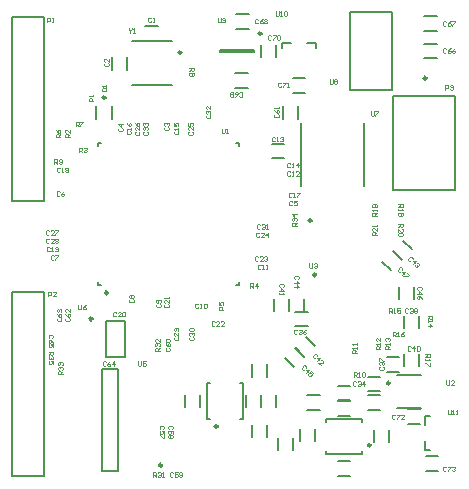
<source format=gto>
G04*
G04 #@! TF.GenerationSoftware,Altium Limited,Altium Designer,21.6.1 (37)*
G04*
G04 Layer_Color=65535*
%FSLAX25Y25*%
%MOIN*%
G70*
G04*
G04 #@! TF.SameCoordinates,953C7FF0-8441-463C-8B19-84221F089CF9*
G04*
G04*
G04 #@! TF.FilePolarity,Positive*
G04*
G01*
G75*
%ADD10C,0.00984*%
%ADD11C,0.00787*%
%ADD12C,0.00197*%
D10*
X398106Y231839D02*
G03*
X398106Y231839I-492J0D01*
G01*
X466024Y255945D02*
G03*
X466024Y255945I-492J0D01*
G01*
X504331Y303445D02*
G03*
X504331Y303445I-492J0D01*
G01*
X492126Y201772D02*
G03*
X492126Y201772I-492J0D01*
G01*
X416177Y174409D02*
G03*
X416177Y174409I-492J0D01*
G01*
X467520Y237894D02*
G03*
X467520Y237894I-492J0D01*
G01*
X397342Y296949D02*
G03*
X397342Y296949I-492J0D01*
G01*
X434744Y187378D02*
G03*
X434744Y187378I-492J0D01*
G01*
X449335Y318247D02*
G03*
X449335Y318247I-492J0D01*
G01*
X485752Y181102D02*
G03*
X485752Y181102I-492J0D01*
G01*
X393012Y223228D02*
G03*
X393012Y223228I-492J0D01*
G01*
X422638Y312008D02*
G03*
X422638Y312008I-492J0D01*
G01*
D11*
X441905Y280682D02*
Y281666D01*
X440921D02*
X441905D01*
X394661Y280682D02*
Y281666D01*
X395646D01*
X441905Y234422D02*
Y235406D01*
X440921Y234422D02*
X441905D01*
X394661D02*
Y235406D01*
Y234422D02*
X395646D01*
X399508Y306299D02*
Y310433D01*
X404429Y306299D02*
Y310433D01*
X410630Y315945D02*
X414764D01*
X410630Y320866D02*
X414764D01*
X440551Y300197D02*
X444685D01*
X440551Y305118D02*
X444685D01*
X456496Y289862D02*
Y293996D01*
X461417Y289862D02*
Y293996D01*
X459842Y298425D02*
X463976D01*
X459842Y303346D02*
X463976D01*
X462441Y267362D02*
Y288543D01*
X483583D02*
X483622D01*
X462441D02*
X462480D01*
X483622Y267362D02*
Y288543D01*
X483583Y267362D02*
X483622D01*
X462441D02*
X462480D01*
X492913Y299606D02*
Y325394D01*
X478937D02*
X492913D01*
X478937Y299606D02*
Y325394D01*
Y299606D02*
X492913D01*
X503642Y314961D02*
X507776D01*
X503642Y310039D02*
X507776D01*
X503642Y324016D02*
X507776D01*
X503642Y319094D02*
X507776D01*
X454134Y310433D02*
Y314567D01*
X449213Y310433D02*
Y314567D01*
X440945Y319980D02*
X445079D01*
X440945Y324902D02*
X445079D01*
X493062Y245752D02*
X495986Y242829D01*
X489583Y242272D02*
X492506Y239349D01*
X496538Y249265D02*
X499461Y246341D01*
X493058Y245785D02*
X495982Y242862D01*
X495177Y229724D02*
Y233858D01*
X500098Y229724D02*
Y233858D01*
X496850Y220177D02*
Y224311D01*
X501772Y220177D02*
Y224311D01*
X496752Y207382D02*
Y211516D01*
X501673Y207382D02*
Y211516D01*
X491043Y205610D02*
X495177D01*
X491043Y210531D02*
X495177D01*
X484744Y199016D02*
X488878D01*
X484744Y203937D02*
X488878D01*
X494587Y204331D02*
X502461D01*
X494566Y193331D02*
X502440Y193331D01*
X503740Y179331D02*
X505403D01*
X503740Y187750D02*
Y190748D01*
Y179331D02*
Y182329D01*
Y190748D02*
X505403D01*
X498016Y193126D02*
X502150D01*
X498016Y188205D02*
X502150D01*
X504035Y177362D02*
X508169D01*
X504035Y172441D02*
X508169D01*
X366260Y232165D02*
X376850D01*
X366260Y170984D02*
Y232165D01*
Y170984D02*
X376850D01*
Y232165D01*
X401626Y172382D02*
Y206437D01*
X396279D02*
X401626D01*
X396279Y172382D02*
Y206437D01*
Y172382D02*
X401626D01*
X457102Y210087D02*
X460025Y207164D01*
X460582Y213567D02*
X463505Y210644D01*
X460646Y213532D02*
X463569Y210609D01*
X464125Y217012D02*
X467049Y214089D01*
X460532Y225590D02*
X464665D01*
X460532Y220669D02*
X464665D01*
X453543Y225689D02*
Y229823D01*
X458465Y225689D02*
Y229823D01*
Y225689D02*
Y229823D01*
X463386Y225689D02*
Y229823D01*
X452756Y281594D02*
X456890D01*
X452756Y276673D02*
X456890D01*
X399508Y289961D02*
Y294094D01*
X394193Y289961D02*
Y294094D01*
X366260Y323780D02*
X376850D01*
X366260Y262598D02*
Y323780D01*
Y262598D02*
X376850D01*
Y323780D01*
X431299Y189961D02*
Y201772D01*
X442111D02*
X443110D01*
X431299D02*
X432298D01*
X443110Y189961D02*
Y201772D01*
X442111Y189961D02*
X443110D01*
X431299D02*
X432298D01*
X446063Y183760D02*
Y187894D01*
X450984Y183760D02*
Y187894D01*
X423917Y193799D02*
Y197933D01*
X428839Y193799D02*
Y197933D01*
X450984Y203937D02*
Y208071D01*
X446063Y203937D02*
Y208071D01*
X449016Y193799D02*
Y197933D01*
X444095Y193799D02*
Y197933D01*
X454134Y193799D02*
Y197933D01*
X449213Y193799D02*
Y197933D01*
X493169Y297342D02*
X513760D01*
X493169Y266161D02*
Y297342D01*
X513760Y266161D02*
Y297342D01*
X493169Y266161D02*
X513760D01*
X456161Y313403D02*
Y315066D01*
X464580D02*
X467579D01*
X456161D02*
X459160D01*
X467579Y313403D02*
Y315066D01*
X446752Y312301D02*
Y312712D01*
X435335D02*
X446752D01*
X435335Y312301D02*
Y312712D01*
Y312301D02*
X446752D01*
X470866Y178149D02*
X482677D01*
X470866Y188962D02*
Y189961D01*
Y178149D02*
Y179149D01*
Y189961D02*
X482677D01*
Y188962D02*
Y189961D01*
Y178149D02*
Y179149D01*
X484744Y192913D02*
X488878D01*
X484744Y197835D02*
X488878D01*
X491831Y182185D02*
Y186319D01*
X486909Y182185D02*
Y186319D01*
X474705Y170768D02*
X478839D01*
X474705Y175689D02*
X478839D01*
X462106Y182382D02*
Y186516D01*
X467028Y182382D02*
Y186516D01*
X464567Y197835D02*
X468701D01*
X464567Y192913D02*
X468701D01*
X454823Y179429D02*
Y183563D01*
X459744Y179429D02*
Y183563D01*
X474705Y195866D02*
X478839D01*
X474705Y190945D02*
X478839D01*
X474705Y200984D02*
X478839D01*
X474705Y196063D02*
X478839D01*
X397441Y210433D02*
Y222638D01*
X403740Y210433D02*
Y222638D01*
X397441D02*
X403740D01*
X397441Y210433D02*
X403740D01*
X406102Y315945D02*
X419488D01*
X406102Y301181D02*
X419488D01*
D12*
X378528Y252468D02*
X378278Y252718D01*
X377778D01*
X377528Y252468D01*
Y251469D01*
X377778Y251219D01*
X378278D01*
X378528Y251469D01*
X380027Y251219D02*
X379028D01*
X380027Y252218D01*
Y252468D01*
X379778Y252718D01*
X379278D01*
X379028Y252468D01*
X380527Y252718D02*
X381527D01*
Y252468D01*
X380527Y251469D01*
Y251219D01*
X378528Y249712D02*
X378278Y249962D01*
X377778D01*
X377528Y249712D01*
Y248713D01*
X377778Y248463D01*
X378278D01*
X378528Y248713D01*
X380027Y248463D02*
X379028D01*
X380027Y249463D01*
Y249712D01*
X379778Y249962D01*
X379278D01*
X379028Y249712D01*
X380527D02*
X380777Y249962D01*
X381277D01*
X381527Y249712D01*
Y249463D01*
X381277Y249213D01*
X381527Y248963D01*
Y248713D01*
X381277Y248463D01*
X380777D01*
X380527Y248713D01*
Y248963D01*
X380777Y249213D01*
X380527Y249463D01*
Y249712D01*
X380777Y249213D02*
X381277D01*
X378653Y246956D02*
X378403Y247206D01*
X377903D01*
X377653Y246956D01*
Y245957D01*
X377903Y245707D01*
X378403D01*
X378653Y245957D01*
X379153Y245707D02*
X379653D01*
X379403D01*
Y247206D01*
X379153Y246956D01*
X380402Y245957D02*
X380652Y245707D01*
X381152D01*
X381402Y245957D01*
Y246956D01*
X381152Y247206D01*
X380652D01*
X380402Y246956D01*
Y246707D01*
X380652Y246457D01*
X381402D01*
X380065Y244201D02*
X379815Y244451D01*
X379315D01*
X379065Y244201D01*
Y243201D01*
X379315Y242951D01*
X379815D01*
X380065Y243201D01*
X380565Y244451D02*
X381565D01*
Y244201D01*
X380565Y243201D01*
Y242951D01*
X445601Y233502D02*
Y235002D01*
X446351D01*
X446600Y234752D01*
Y234252D01*
X446351Y234002D01*
X445601D01*
X446101D02*
X446600Y233502D01*
X447850D02*
Y235002D01*
X447100Y234252D01*
X448100D01*
X436577Y226309D02*
X435077D01*
Y227059D01*
X435327Y227309D01*
X435827D01*
X436077Y227059D01*
Y226309D01*
Y226809D02*
X436577Y227309D01*
X435077Y228809D02*
Y227809D01*
X435827D01*
X435577Y228309D01*
Y228559D01*
X435827Y228809D01*
X436327D01*
X436577Y228559D01*
Y228059D01*
X436327Y227809D01*
X428259Y228059D02*
X428009Y228309D01*
X427509D01*
X427259Y228059D01*
Y227059D01*
X427509Y226809D01*
X428009D01*
X428259Y227059D01*
X428759Y226809D02*
X429259D01*
X429009D01*
Y228309D01*
X428759Y228059D01*
X430009D02*
X430259Y228309D01*
X430758D01*
X431008Y228059D01*
Y227059D01*
X430758Y226809D01*
X430259D01*
X430009Y227059D01*
Y228059D01*
X433646Y222153D02*
X433396Y222403D01*
X432896D01*
X432646Y222153D01*
Y221154D01*
X432896Y220904D01*
X433396D01*
X433646Y221154D01*
X435146Y220904D02*
X434146D01*
X435146Y221903D01*
Y222153D01*
X434896Y222403D01*
X434396D01*
X434146Y222153D01*
X436645Y220904D02*
X435645D01*
X436645Y221903D01*
Y222153D01*
X436395Y222403D01*
X435895D01*
X435645Y222153D01*
X420366Y217111D02*
X420116Y216861D01*
Y216361D01*
X420366Y216111D01*
X421366D01*
X421616Y216361D01*
Y216861D01*
X421366Y217111D01*
X421616Y218610D02*
Y217610D01*
X420616Y218610D01*
X420366D01*
X420116Y218360D01*
Y217860D01*
X420366Y217610D01*
X421366Y219110D02*
X421616Y219360D01*
Y219860D01*
X421366Y220110D01*
X420366D01*
X420116Y219860D01*
Y219360D01*
X420366Y219110D01*
X420616D01*
X420866Y219360D01*
Y220110D01*
X425484Y217111D02*
X425235Y216861D01*
Y216361D01*
X425484Y216111D01*
X426484D01*
X426734Y216361D01*
Y216861D01*
X426484Y217111D01*
X425484Y217610D02*
X425235Y217860D01*
Y218360D01*
X425484Y218610D01*
X425734D01*
X425984Y218360D01*
Y218110D01*
Y218360D01*
X426234Y218610D01*
X426484D01*
X426734Y218360D01*
Y217860D01*
X426484Y217610D01*
X425484Y219110D02*
X425235Y219360D01*
Y219860D01*
X425484Y220110D01*
X426484D01*
X426734Y219860D01*
Y219360D01*
X426484Y219110D01*
X425484D01*
X417217Y227990D02*
X416967Y227741D01*
Y227241D01*
X417217Y226991D01*
X418216D01*
X418466Y227241D01*
Y227741D01*
X418216Y227990D01*
X418466Y229490D02*
Y228490D01*
X417467Y229490D01*
X417217D01*
X416967Y229240D01*
Y228740D01*
X417217Y228490D01*
X418466Y229990D02*
Y230490D01*
Y230240D01*
X416967D01*
X417217Y229990D01*
X414461Y228097D02*
X414211Y227847D01*
Y227347D01*
X414461Y227097D01*
X415460D01*
X415710Y227347D01*
Y227847D01*
X415460Y228097D01*
Y228596D02*
X415710Y228846D01*
Y229346D01*
X415460Y229596D01*
X414461D01*
X414211Y229346D01*
Y228846D01*
X414461Y228596D01*
X414711D01*
X414961Y228846D01*
Y229596D01*
X400969Y225303D02*
X400719Y225553D01*
X400219D01*
X399969Y225303D01*
Y224303D01*
X400219Y224053D01*
X400719D01*
X400969Y224303D01*
X402468Y224053D02*
X401469D01*
X402468Y225053D01*
Y225303D01*
X402218Y225553D01*
X401719D01*
X401469Y225303D01*
X402968D02*
X403218Y225553D01*
X403718D01*
X403968Y225303D01*
Y224303D01*
X403718Y224053D01*
X403218D01*
X402968Y224303D01*
Y225303D01*
X405406Y229671D02*
X405156Y229421D01*
Y228922D01*
X405406Y228672D01*
X406405D01*
X406655Y228922D01*
Y229421D01*
X406405Y229671D01*
X405406Y230171D02*
X405156Y230421D01*
Y230921D01*
X405406Y231171D01*
X405656D01*
X405905Y230921D01*
X406155Y231171D01*
X406405D01*
X406655Y230921D01*
Y230421D01*
X406405Y230171D01*
X406155D01*
X405905Y230421D01*
X405656Y230171D01*
X405406D01*
X405905Y230421D02*
Y230921D01*
X436008Y286577D02*
Y285327D01*
X436258Y285077D01*
X436758D01*
X437008Y285327D01*
Y286577D01*
X437508Y285077D02*
X438007D01*
X437758D01*
Y286577D01*
X437508Y286327D01*
X397138Y308412D02*
X396888Y308162D01*
Y307662D01*
X397138Y307412D01*
X398138D01*
X398388Y307662D01*
Y308162D01*
X398138Y308412D01*
X398388Y309911D02*
Y308911D01*
X397388Y309911D01*
X397138D01*
X396888Y309661D01*
Y309161D01*
X397138Y308911D01*
X412598Y323335D02*
X412349Y323584D01*
X411849D01*
X411599Y323335D01*
Y322335D01*
X411849Y322085D01*
X412349D01*
X412598Y322335D01*
X413098Y322085D02*
X413598D01*
X413348D01*
Y323584D01*
X413098Y323335D01*
X425235Y306761D02*
X426734D01*
Y306012D01*
X426484Y305762D01*
X425984D01*
X425734Y306012D01*
Y306761D01*
Y306261D02*
X425235Y305762D01*
X426484Y305262D02*
X426734Y305012D01*
Y304512D01*
X426484Y304262D01*
X426234D01*
X425984Y304512D01*
X425734Y304262D01*
X425484D01*
X425235Y304512D01*
Y305012D01*
X425484Y305262D01*
X425734D01*
X425984Y305012D01*
X426234Y305262D01*
X426484D01*
X425984Y305012D02*
Y304512D01*
X441945Y297532D02*
X442195Y297282D01*
X442694D01*
X442944Y297532D01*
Y298531D01*
X442694Y298781D01*
X442195D01*
X441945Y298531D01*
X440445Y297282D02*
X440945Y297532D01*
X441445Y298031D01*
Y298531D01*
X441195Y298781D01*
X440695D01*
X440445Y298531D01*
Y298281D01*
X440695Y298031D01*
X441445D01*
X439945Y298531D02*
X439695Y298781D01*
X439195D01*
X438945Y298531D01*
Y297532D01*
X439195Y297282D01*
X439695D01*
X439945Y297532D01*
Y297782D01*
X439695Y298031D01*
X438945D01*
X453831Y291376D02*
X453581Y291126D01*
Y290627D01*
X453831Y290376D01*
X454831D01*
X455081Y290627D01*
Y291126D01*
X454831Y291376D01*
X453581Y292876D02*
X453831Y292376D01*
X454331Y291876D01*
X454831D01*
X455081Y292126D01*
Y292626D01*
X454831Y292876D01*
X454581D01*
X454331Y292626D01*
Y291876D01*
X455081Y293376D02*
Y293875D01*
Y293625D01*
X453581D01*
X453831Y293376D01*
X455943Y301681D02*
X455693Y301931D01*
X455193D01*
X454944Y301681D01*
Y300681D01*
X455193Y300431D01*
X455693D01*
X455943Y300681D01*
X456443Y301931D02*
X457443D01*
Y301681D01*
X456443Y300681D01*
Y300431D01*
X457942D02*
X458442D01*
X458192D01*
Y301931D01*
X457942Y301681D01*
X485758Y292482D02*
Y291232D01*
X486008Y290983D01*
X486508D01*
X486758Y291232D01*
Y292482D01*
X487258D02*
X488258D01*
Y292232D01*
X487258Y291232D01*
Y290983D01*
X471979Y303112D02*
Y301862D01*
X472229Y301612D01*
X472728D01*
X472978Y301862D01*
Y303112D01*
X473478Y302862D02*
X473728Y303112D01*
X474228D01*
X474478Y302862D01*
Y302612D01*
X474228Y302362D01*
X474478Y302112D01*
Y301862D01*
X474228Y301612D01*
X473728D01*
X473478Y301862D01*
Y302112D01*
X473728Y302362D01*
X473478Y302612D01*
Y302862D01*
X473728Y302362D02*
X474228D01*
X510811Y313098D02*
X510561Y313348D01*
X510062D01*
X509812Y313098D01*
Y312099D01*
X510062Y311849D01*
X510561D01*
X510811Y312099D01*
X512311Y313348D02*
X511811Y313098D01*
X511311Y312598D01*
Y312099D01*
X511561Y311849D01*
X512061D01*
X512311Y312099D01*
Y312349D01*
X512061Y312598D01*
X511311D01*
X513810Y313348D02*
X513310Y313098D01*
X512811Y312598D01*
Y312099D01*
X513061Y311849D01*
X513560D01*
X513810Y312099D01*
Y312349D01*
X513560Y312598D01*
X512811D01*
X510811Y322153D02*
X510561Y322403D01*
X510062D01*
X509812Y322153D01*
Y321154D01*
X510062Y320904D01*
X510561D01*
X510811Y321154D01*
X512311Y322403D02*
X511811Y322153D01*
X511311Y321654D01*
Y321154D01*
X511561Y320904D01*
X512061D01*
X512311Y321154D01*
Y321404D01*
X512061Y321654D01*
X511311D01*
X512811Y322403D02*
X513810D01*
Y322153D01*
X512811Y321154D01*
Y320904D01*
X452544Y317429D02*
X452294Y317679D01*
X451794D01*
X451544Y317429D01*
Y316429D01*
X451794Y316179D01*
X452294D01*
X452544Y316429D01*
X453044Y317679D02*
X454043D01*
Y317429D01*
X453044Y316429D01*
Y316179D01*
X454543Y317429D02*
X454793Y317679D01*
X455293D01*
X455543Y317429D01*
Y316429D01*
X455293Y316179D01*
X454793D01*
X454543Y316429D01*
Y317429D01*
X448213Y322941D02*
X447963Y323191D01*
X447463D01*
X447213Y322941D01*
Y321941D01*
X447463Y321691D01*
X447963D01*
X448213Y321941D01*
X449712Y323191D02*
X449213Y322941D01*
X448713Y322441D01*
Y321941D01*
X448963Y321691D01*
X449463D01*
X449712Y321941D01*
Y322191D01*
X449463Y322441D01*
X448713D01*
X450212Y322941D02*
X450462Y323191D01*
X450962D01*
X451212Y322941D01*
Y322691D01*
X450962Y322441D01*
X451212Y322191D01*
Y321941D01*
X450962Y321691D01*
X450462D01*
X450212Y321941D01*
Y322191D01*
X450462Y322441D01*
X450212Y322691D01*
Y322941D01*
X450462Y322441D02*
X450962D01*
X487758Y257574D02*
X486258D01*
Y258324D01*
X486508Y258574D01*
X487008D01*
X487258Y258324D01*
Y257574D01*
Y258074D02*
X487758Y258574D01*
Y259074D02*
Y259574D01*
Y259324D01*
X486258D01*
X486508Y259074D01*
X487508Y260324D02*
X487758Y260574D01*
Y261073D01*
X487508Y261323D01*
X486508D01*
X486258Y261073D01*
Y260574D01*
X486508Y260324D01*
X486758D01*
X487008Y260574D01*
Y261323D01*
X494919D02*
X496419D01*
Y260574D01*
X496169Y260324D01*
X495669D01*
X495419Y260574D01*
Y261323D01*
Y260823D02*
X494919Y260324D01*
Y259824D02*
Y259324D01*
Y259574D01*
X496419D01*
X496169Y259824D01*
Y258574D02*
X496419Y258324D01*
Y257824D01*
X496169Y257574D01*
X495919D01*
X495669Y257824D01*
X495419Y257574D01*
X495169D01*
X494919Y257824D01*
Y258324D01*
X495169Y258574D01*
X495419D01*
X495669Y258324D01*
X495919Y258574D01*
X496169D01*
X495669Y258324D02*
Y257824D01*
X487758Y251007D02*
X486258D01*
Y251756D01*
X486508Y252006D01*
X487008D01*
X487258Y251756D01*
Y251007D01*
Y251506D02*
X487758Y252006D01*
Y253506D02*
Y252506D01*
X486758Y253506D01*
X486508D01*
X486258Y253256D01*
Y252756D01*
X486508Y252506D01*
X487758Y254006D02*
Y254505D01*
Y254255D01*
X486258D01*
X486508Y254006D01*
X494919Y254755D02*
X496419D01*
Y254006D01*
X496169Y253756D01*
X495669D01*
X495419Y254006D01*
Y254755D01*
Y254255D02*
X494919Y253756D01*
Y252256D02*
Y253256D01*
X495919Y252256D01*
X496169D01*
X496419Y252506D01*
Y253006D01*
X496169Y253256D01*
Y251756D02*
X496419Y251506D01*
Y251006D01*
X496169Y250757D01*
X495169D01*
X494919Y251006D01*
Y251506D01*
X495169Y251756D01*
X496169D01*
X496103Y239643D02*
Y239996D01*
X495750Y240350D01*
X495396D01*
X494690Y239643D01*
Y239290D01*
X495043Y238936D01*
X495396D01*
X496103Y237876D02*
X497164Y238936D01*
X496103D01*
X496810Y238229D01*
X497694Y238406D02*
X498401Y237699D01*
X498224Y237522D01*
X496810D01*
X496633Y237346D01*
X499647Y243186D02*
Y243540D01*
X499293Y243893D01*
X498940D01*
X498233Y243186D01*
Y242833D01*
X498586Y242479D01*
X498940D01*
X499647Y241419D02*
X500707Y242479D01*
X499647D01*
X500353Y241773D01*
X501060D02*
X501414D01*
X501767Y241419D01*
Y241066D01*
X501590Y240889D01*
X501237D01*
X501060Y241066D01*
X501237Y240889D01*
Y240535D01*
X501060Y240359D01*
X500707D01*
X500353Y240712D01*
Y241066D01*
X502468Y232889D02*
X502718Y233139D01*
Y233639D01*
X502468Y233889D01*
X501469D01*
X501219Y233639D01*
Y233139D01*
X501469Y232889D01*
X501219Y231640D02*
X502718D01*
X501968Y232390D01*
Y231390D01*
X502718Y229890D02*
X502468Y230390D01*
X501968Y230890D01*
X501469D01*
X501219Y230640D01*
Y230140D01*
X501469Y229890D01*
X501719D01*
X501968Y230140D01*
Y230890D01*
X491826Y225235D02*
Y226734D01*
X492576D01*
X492826Y226484D01*
Y225984D01*
X492576Y225734D01*
X491826D01*
X492326D02*
X492826Y225235D01*
X493326D02*
X493826D01*
X493576D01*
Y226734D01*
X493326Y226484D01*
X495575Y226734D02*
X494576D01*
Y225984D01*
X495075Y226234D01*
X495325D01*
X495575Y225984D01*
Y225484D01*
X495325Y225235D01*
X494825D01*
X494576Y225484D01*
X493008Y217360D02*
Y218860D01*
X493757D01*
X494007Y218610D01*
Y218110D01*
X493757Y217860D01*
X493008D01*
X493507D02*
X494007Y217360D01*
X494507D02*
X495007D01*
X494757D01*
Y218860D01*
X494507Y218610D01*
X496756Y218860D02*
X496256Y218610D01*
X495757Y218110D01*
Y217610D01*
X496006Y217360D01*
X496506D01*
X496756Y217610D01*
Y217860D01*
X496506Y218110D01*
X495757D01*
X498213Y226484D02*
X497963Y226734D01*
X497463D01*
X497213Y226484D01*
Y225484D01*
X497463Y225235D01*
X497963D01*
X498213Y225484D01*
X498713Y226484D02*
X498963Y226734D01*
X499463D01*
X499712Y226484D01*
Y226234D01*
X499463Y225984D01*
X499213D01*
X499463D01*
X499712Y225734D01*
Y225484D01*
X499463Y225235D01*
X498963D01*
X498713Y225484D01*
X500212Y226484D02*
X500462Y226734D01*
X500962D01*
X501212Y226484D01*
Y226234D01*
X500962Y225984D01*
X501212Y225734D01*
Y225484D01*
X500962Y225235D01*
X500462D01*
X500212Y225484D01*
Y225734D01*
X500462Y225984D01*
X500212Y226234D01*
Y226484D01*
X500462Y225984D02*
X500962D01*
X504762Y224315D02*
X506262D01*
Y223566D01*
X506012Y223316D01*
X505512D01*
X505262Y223566D01*
Y224315D01*
Y223815D02*
X504762Y223316D01*
Y222816D02*
Y222316D01*
Y222566D01*
X506262D01*
X506012Y222816D01*
X504762Y220816D02*
X506262D01*
X505512Y221566D01*
Y220567D01*
X499000Y213886D02*
X498750Y214136D01*
X498251D01*
X498001Y213886D01*
Y212886D01*
X498251Y212636D01*
X498750D01*
X499000Y212886D01*
X500250Y212636D02*
Y214136D01*
X499500Y213386D01*
X500500D01*
X501000Y213886D02*
X501250Y214136D01*
X501749D01*
X501999Y213886D01*
Y212886D01*
X501749Y212636D01*
X501250D01*
X501000Y212886D01*
Y213886D01*
X503975Y211323D02*
X505474D01*
Y210574D01*
X505224Y210324D01*
X504724D01*
X504474Y210574D01*
Y211323D01*
Y210823D02*
X503975Y210324D01*
Y209824D02*
Y209324D01*
Y209574D01*
X505474D01*
X505224Y209824D01*
X505474Y208574D02*
Y207574D01*
X505224D01*
X504225Y208574D01*
X503975D01*
X481065Y211761D02*
X479565D01*
Y212511D01*
X479815Y212761D01*
X480315D01*
X480565Y212511D01*
Y211761D01*
Y212261D02*
X481065Y212761D01*
Y213261D02*
Y213761D01*
Y213511D01*
X479565D01*
X479815Y213261D01*
X481065Y214510D02*
Y215010D01*
Y214760D01*
X479565D01*
X479815Y214510D01*
X488939Y213086D02*
X487439D01*
Y213836D01*
X487689Y214086D01*
X488189D01*
X488439Y213836D01*
Y213086D01*
Y213586D02*
X488939Y214086D01*
Y214586D02*
Y215086D01*
Y214836D01*
X487439D01*
X487689Y214586D01*
X488939Y216835D02*
Y215835D01*
X487939Y216835D01*
X487689D01*
X487439Y216585D01*
Y216085D01*
X487689Y215835D01*
X492088Y213086D02*
X490589D01*
Y213836D01*
X490839Y214086D01*
X491339D01*
X491588Y213836D01*
Y213086D01*
Y213586D02*
X492088Y214086D01*
Y214586D02*
Y215086D01*
Y214836D01*
X490589D01*
X490839Y214586D01*
Y215835D02*
X490589Y216085D01*
Y216585D01*
X490839Y216835D01*
X491089D01*
X491339Y216585D01*
Y216335D01*
Y216585D01*
X491588Y216835D01*
X491838D01*
X492088Y216585D01*
Y216085D01*
X491838Y215835D01*
X488870Y207268D02*
X488620Y207018D01*
Y206518D01*
X488870Y206268D01*
X489870D01*
X490120Y206518D01*
Y207018D01*
X489870Y207268D01*
X488870Y207768D02*
X488620Y208018D01*
Y208518D01*
X488870Y208768D01*
X489120D01*
X489370Y208518D01*
Y208268D01*
Y208518D01*
X489620Y208768D01*
X489870D01*
X490120Y208518D01*
Y208018D01*
X489870Y207768D01*
X488620Y209267D02*
Y210267D01*
X488870D01*
X489870Y209267D01*
X490120D01*
X480015Y203975D02*
Y205474D01*
X480765D01*
X481015Y205224D01*
Y204724D01*
X480765Y204474D01*
X480015D01*
X480515D02*
X481015Y203975D01*
X481515D02*
X482015D01*
X481765D01*
Y205474D01*
X481515Y205224D01*
X482764D02*
X483014Y205474D01*
X483514D01*
X483764Y205224D01*
Y204225D01*
X483514Y203975D01*
X483014D01*
X482764Y204225D01*
Y205224D01*
X480890Y202075D02*
X480640Y202325D01*
X480140D01*
X479890Y202075D01*
Y201075D01*
X480140Y200825D01*
X480640D01*
X480890Y201075D01*
X481390Y202075D02*
X481640Y202325D01*
X482140D01*
X482390Y202075D01*
Y201825D01*
X482140Y201575D01*
X481890D01*
X482140D01*
X482390Y201325D01*
Y201075D01*
X482140Y200825D01*
X481640D01*
X481390Y201075D01*
X483639Y200825D02*
Y202325D01*
X482889Y201575D01*
X483889D01*
X510955Y202718D02*
Y201469D01*
X511205Y201219D01*
X511705D01*
X511955Y201469D01*
Y202718D01*
X513454Y201219D02*
X512455D01*
X513454Y202218D01*
Y202468D01*
X513204Y202718D01*
X512705D01*
X512455Y202468D01*
X511368Y192876D02*
Y191626D01*
X511618Y191376D01*
X512117D01*
X512367Y191626D01*
Y192876D01*
X512867Y191376D02*
X513367D01*
X513117D01*
Y192876D01*
X512867Y192626D01*
X514117Y191376D02*
X514617D01*
X514367D01*
Y192876D01*
X514117Y192626D01*
X493882Y191051D02*
X493632Y191301D01*
X493132D01*
X492882Y191051D01*
Y190051D01*
X493132Y189801D01*
X493632D01*
X493882Y190051D01*
X494382Y191301D02*
X495382D01*
Y191051D01*
X494382Y190051D01*
Y189801D01*
X496881D02*
X495882D01*
X496881Y190801D01*
Y191051D01*
X496631Y191301D01*
X496132D01*
X495882Y191051D01*
X510811Y173728D02*
X510561Y173978D01*
X510062D01*
X509812Y173728D01*
Y172729D01*
X510062Y172479D01*
X510561D01*
X510811Y172729D01*
X511311Y173978D02*
X512311D01*
Y173728D01*
X511311Y172729D01*
Y172479D01*
X512811Y173728D02*
X513061Y173978D01*
X513560D01*
X513810Y173728D01*
Y173478D01*
X513560Y173228D01*
X513310D01*
X513560D01*
X513810Y172978D01*
Y172729D01*
X513560Y172479D01*
X513061D01*
X512811Y172729D01*
X378278Y230746D02*
Y232246D01*
X379028D01*
X379278Y231996D01*
Y231496D01*
X379028Y231246D01*
X378278D01*
X380777Y230746D02*
X379778D01*
X380777Y231746D01*
Y231996D01*
X380527Y232246D01*
X380027D01*
X379778Y231996D01*
X416642Y186433D02*
X416891Y186683D01*
Y187182D01*
X416642Y187432D01*
X415642D01*
X415392Y187182D01*
Y186683D01*
X415642Y186433D01*
X416891Y184933D02*
Y185933D01*
X416142D01*
X416392Y185433D01*
Y185183D01*
X416142Y184933D01*
X415642D01*
X415392Y185183D01*
Y185683D01*
X415642Y185933D01*
X416891Y184433D02*
Y183434D01*
X416642D01*
X415642Y184433D01*
X415392D01*
X419397Y186433D02*
X419647Y186683D01*
Y187182D01*
X419397Y187432D01*
X418398D01*
X418148Y187182D01*
Y186683D01*
X418398Y186433D01*
X419647Y184933D02*
Y185933D01*
X418898D01*
X419147Y185433D01*
Y185183D01*
X418898Y184933D01*
X418398D01*
X418148Y185183D01*
Y185683D01*
X418398Y185933D01*
X419397Y184433D02*
X419647Y184184D01*
Y183684D01*
X419397Y183434D01*
X419147D01*
X418898Y183684D01*
X418648Y183434D01*
X418398D01*
X418148Y183684D01*
Y184184D01*
X418398Y184433D01*
X418648D01*
X418898Y184184D01*
X419147Y184433D01*
X419397D01*
X418898Y184184D02*
Y183684D01*
X408199Y209017D02*
Y207768D01*
X408449Y207518D01*
X408949D01*
X409199Y207768D01*
Y209017D01*
X410698D02*
X409699D01*
Y208268D01*
X410199Y208518D01*
X410449D01*
X410698Y208268D01*
Y207768D01*
X410449Y207518D01*
X409949D01*
X409699Y207768D01*
X384146Y223410D02*
X383896Y223160D01*
Y222660D01*
X384146Y222410D01*
X385145D01*
X385395Y222660D01*
Y223160D01*
X385145Y223410D01*
X383896Y224909D02*
X384146Y224410D01*
X384646Y223910D01*
X385145D01*
X385395Y224160D01*
Y224659D01*
X385145Y224909D01*
X384896D01*
X384646Y224659D01*
Y223910D01*
X385395Y226409D02*
Y225409D01*
X384396Y226409D01*
X384146D01*
X383896Y226159D01*
Y225659D01*
X384146Y225409D01*
X381390Y223410D02*
X381140Y223160D01*
Y222660D01*
X381390Y222410D01*
X382390D01*
X382640Y222660D01*
Y223160D01*
X382390Y223410D01*
X381140Y224909D02*
X381390Y224410D01*
X381890Y223910D01*
X382390D01*
X382640Y224160D01*
Y224659D01*
X382390Y224909D01*
X382140D01*
X381890Y224659D01*
Y223910D01*
X381390Y225409D02*
X381140Y225659D01*
Y226159D01*
X381390Y226409D01*
X381640D01*
X381890Y226159D01*
Y225909D01*
Y226159D01*
X382140Y226409D01*
X382390D01*
X382640Y226159D01*
Y225659D01*
X382390Y225409D01*
X464214Y206966D02*
Y207319D01*
X463860Y207673D01*
X463507D01*
X462800Y206966D01*
Y206612D01*
X463153Y206259D01*
X463507D01*
X464214Y205199D02*
X465274Y206259D01*
X464214D01*
X464920Y205552D01*
X466511Y205022D02*
X465804Y205729D01*
X465274Y205199D01*
X465804Y205022D01*
X465981Y204845D01*
Y204492D01*
X465627Y204138D01*
X465274D01*
X464920Y204492D01*
Y204845D01*
X467757Y210903D02*
Y211256D01*
X467403Y211610D01*
X467050D01*
X466343Y210903D01*
Y210549D01*
X466697Y210196D01*
X467050D01*
X467757Y209136D02*
X468817Y210196D01*
X467757D01*
X468464Y209489D01*
X468994Y207899D02*
X468287Y208606D01*
X469701D01*
X469877Y208782D01*
Y209136D01*
X469524Y209489D01*
X469171D01*
X461205Y219397D02*
X460955Y219647D01*
X460455D01*
X460205Y219397D01*
Y218398D01*
X460455Y218148D01*
X460955D01*
X461205Y218398D01*
X461705Y219397D02*
X461955Y219647D01*
X462455D01*
X462705Y219397D01*
Y219148D01*
X462455Y218898D01*
X462205D01*
X462455D01*
X462705Y218648D01*
Y218398D01*
X462455Y218148D01*
X461955D01*
X461705Y218398D01*
X464204Y219647D02*
X463704Y219397D01*
X463204Y218898D01*
Y218398D01*
X463454Y218148D01*
X463954D01*
X464204Y218398D01*
Y218648D01*
X463954Y218898D01*
X463204D01*
X456405Y233821D02*
X456655Y234070D01*
Y234570D01*
X456405Y234820D01*
X455406D01*
X455156Y234570D01*
Y234070D01*
X455406Y233821D01*
X455156Y232571D02*
X456655D01*
X455905Y233321D01*
Y232321D01*
X455156Y231821D02*
Y231321D01*
Y231571D01*
X456655D01*
X456405Y231821D01*
X461523Y236433D02*
X461773Y236683D01*
Y237182D01*
X461523Y237432D01*
X460524D01*
X460274Y237182D01*
Y236683D01*
X460524Y236433D01*
X460274Y235183D02*
X461773D01*
X461024Y235933D01*
Y234933D01*
X460274Y233684D02*
X461773D01*
X461024Y234433D01*
Y233434D01*
X465286Y241695D02*
Y240445D01*
X465536Y240195D01*
X466036D01*
X466286Y240445D01*
Y241695D01*
X466785Y241445D02*
X467035Y241695D01*
X467535D01*
X467785Y241445D01*
Y241195D01*
X467535Y240945D01*
X467285D01*
X467535D01*
X467785Y240695D01*
Y240445D01*
X467535Y240195D01*
X467035D01*
X466785Y240445D01*
X448213Y243807D02*
X447963Y244057D01*
X447463D01*
X447213Y243807D01*
Y242807D01*
X447463Y242557D01*
X447963D01*
X448213Y242807D01*
X449712Y242557D02*
X448713D01*
X449712Y243557D01*
Y243807D01*
X449463Y244057D01*
X448963D01*
X448713Y243807D01*
X450212D02*
X450462Y244057D01*
X450962D01*
X451212Y243807D01*
Y243557D01*
X450962Y243307D01*
X450712D01*
X450962D01*
X451212Y243057D01*
Y242807D01*
X450962Y242557D01*
X450462D01*
X450212Y242807D01*
X448982Y241051D02*
X448732Y241301D01*
X448232D01*
X447982Y241051D01*
Y240051D01*
X448232Y239801D01*
X448732D01*
X448982Y240051D01*
X449481Y239801D02*
X449981D01*
X449731D01*
Y241301D01*
X449481Y241051D01*
X450731Y239801D02*
X451231D01*
X450981D01*
Y241301D01*
X450731Y241051D01*
X448856Y254437D02*
X448607Y254687D01*
X448107D01*
X447857Y254437D01*
Y253437D01*
X448107Y253187D01*
X448607D01*
X448856Y253437D01*
X449356Y254437D02*
X449606Y254687D01*
X450106D01*
X450356Y254437D01*
Y254187D01*
X450106Y253937D01*
X449856D01*
X450106D01*
X450356Y253687D01*
Y253437D01*
X450106Y253187D01*
X449606D01*
X449356Y253437D01*
X450856Y253187D02*
X451356D01*
X451106D01*
Y254687D01*
X450856Y254437D01*
X448607Y251681D02*
X448357Y251931D01*
X447857D01*
X447607Y251681D01*
Y250681D01*
X447857Y250431D01*
X448357D01*
X448607Y250681D01*
X450106Y250431D02*
X449107D01*
X450106Y251431D01*
Y251681D01*
X449856Y251931D01*
X449356D01*
X449107Y251681D01*
X451356Y250431D02*
Y251931D01*
X450606Y251181D01*
X451606D01*
X460986Y254300D02*
X459486D01*
Y255050D01*
X459736Y255299D01*
X460236D01*
X460486Y255050D01*
Y254300D01*
Y254800D02*
X460986Y255299D01*
X459736Y255799D02*
X459486Y256049D01*
Y256549D01*
X459736Y256799D01*
X459986D01*
X460236Y256549D01*
Y256299D01*
Y256549D01*
X460486Y256799D01*
X460736D01*
X460986Y256549D01*
Y256049D01*
X460736Y255799D01*
X460986Y258049D02*
X459486D01*
X460236Y257299D01*
Y258299D01*
X459593Y262311D02*
X459343Y262561D01*
X458843D01*
X458593Y262311D01*
Y261311D01*
X458843Y261061D01*
X459343D01*
X459593Y261311D01*
X461092Y262561D02*
X460092D01*
Y261811D01*
X460592Y262061D01*
X460842D01*
X461092Y261811D01*
Y261311D01*
X460842Y261061D01*
X460342D01*
X460092Y261311D01*
X459362Y265067D02*
X459112Y265317D01*
X458612D01*
X458362Y265067D01*
Y264067D01*
X458612Y263817D01*
X459112D01*
X459362Y264067D01*
X459861Y263817D02*
X460361D01*
X460111D01*
Y265317D01*
X459861Y265067D01*
X461111Y265317D02*
X462111D01*
Y265067D01*
X461111Y264067D01*
Y263817D01*
X458968Y272153D02*
X458718Y272403D01*
X458218D01*
X457968Y272153D01*
Y271154D01*
X458218Y270904D01*
X458718D01*
X458968Y271154D01*
X459468Y270904D02*
X459968D01*
X459718D01*
Y272403D01*
X459468Y272153D01*
X461717Y270904D02*
X460717D01*
X461717Y271903D01*
Y272153D01*
X461467Y272403D01*
X460967D01*
X460717Y272153D01*
X458968Y274909D02*
X458718Y275159D01*
X458218D01*
X457968Y274909D01*
Y273910D01*
X458218Y273660D01*
X458718D01*
X458968Y273910D01*
X459468Y273660D02*
X459968D01*
X459718D01*
Y275159D01*
X459468Y274909D01*
X461467Y273660D02*
Y275159D01*
X460717Y274410D01*
X461717D01*
X453850Y283571D02*
X453600Y283821D01*
X453100D01*
X452850Y283571D01*
Y282571D01*
X453100Y282321D01*
X453600D01*
X453850Y282571D01*
X454350Y282321D02*
X454849D01*
X454599D01*
Y283821D01*
X454350Y283571D01*
X455599D02*
X455849Y283821D01*
X456349D01*
X456599Y283571D01*
Y283321D01*
X456349Y283071D01*
X456099D01*
X456349D01*
X456599Y282821D01*
Y282571D01*
X456349Y282321D01*
X455849D01*
X455599Y282571D01*
X430996Y291126D02*
X430746Y290876D01*
Y290376D01*
X430996Y290127D01*
X431996D01*
X432246Y290376D01*
Y290876D01*
X431996Y291126D01*
X430996Y291626D02*
X430746Y291876D01*
Y292376D01*
X430996Y292626D01*
X431246D01*
X431496Y292376D01*
Y292126D01*
Y292376D01*
X431746Y292626D01*
X431996D01*
X432246Y292376D01*
Y291876D01*
X431996Y291626D01*
X432246Y294125D02*
Y293126D01*
X431246Y294125D01*
X430996D01*
X430746Y293875D01*
Y293376D01*
X430996Y293126D01*
X425091Y285614D02*
X424841Y285365D01*
Y284865D01*
X425091Y284615D01*
X426090D01*
X426340Y284865D01*
Y285365D01*
X426090Y285614D01*
X426340Y287114D02*
Y286114D01*
X425341Y287114D01*
X425091D01*
X424841Y286864D01*
Y286364D01*
X425091Y286114D01*
X424841Y288614D02*
Y287614D01*
X425591D01*
X425341Y288114D01*
Y288364D01*
X425591Y288614D01*
X426090D01*
X426340Y288364D01*
Y287864D01*
X426090Y287614D01*
X420366Y285739D02*
X420116Y285490D01*
Y284990D01*
X420366Y284740D01*
X421366D01*
X421616Y284990D01*
Y285490D01*
X421366Y285739D01*
X421616Y286239D02*
Y286739D01*
Y286489D01*
X420116D01*
X420366Y286239D01*
X420116Y288489D02*
Y287489D01*
X420866D01*
X420616Y287989D01*
Y288239D01*
X420866Y288489D01*
X421366D01*
X421616Y288239D01*
Y287739D01*
X421366Y287489D01*
X417217Y287152D02*
X416967Y286902D01*
Y286402D01*
X417217Y286152D01*
X418216D01*
X418466Y286402D01*
Y286902D01*
X418216Y287152D01*
X417217Y287651D02*
X416967Y287901D01*
Y288401D01*
X417217Y288651D01*
X417467D01*
X417717Y288401D01*
Y288151D01*
Y288401D01*
X417966Y288651D01*
X418216D01*
X418466Y288401D01*
Y287901D01*
X418216Y287651D01*
X410130Y285614D02*
X409880Y285365D01*
Y284865D01*
X410130Y284615D01*
X411130D01*
X411380Y284865D01*
Y285365D01*
X411130Y285614D01*
X410130Y286114D02*
X409880Y286364D01*
Y286864D01*
X410130Y287114D01*
X410380D01*
X410630Y286864D01*
Y286614D01*
Y286864D01*
X410880Y287114D01*
X411130D01*
X411380Y286864D01*
Y286364D01*
X411130Y286114D01*
X410130Y287614D02*
X409880Y287864D01*
Y288364D01*
X410130Y288614D01*
X410380D01*
X410630Y288364D01*
Y288114D01*
Y288364D01*
X410880Y288614D01*
X411130D01*
X411380Y288364D01*
Y287864D01*
X411130Y287614D01*
X407374Y285614D02*
X407124Y285365D01*
Y284865D01*
X407374Y284615D01*
X408374D01*
X408624Y284865D01*
Y285365D01*
X408374Y285614D01*
X408624Y287114D02*
Y286114D01*
X407624Y287114D01*
X407374D01*
X407124Y286864D01*
Y286364D01*
X407374Y286114D01*
X407124Y288614D02*
X407374Y288114D01*
X407874Y287614D01*
X408374D01*
X408624Y287864D01*
Y288364D01*
X408374Y288614D01*
X408124D01*
X407874Y288364D01*
Y287614D01*
X404618Y285739D02*
X404368Y285490D01*
Y284990D01*
X404618Y284740D01*
X405618D01*
X405868Y284990D01*
Y285490D01*
X405618Y285739D01*
X405868Y286239D02*
Y286739D01*
Y286489D01*
X404368D01*
X404618Y286239D01*
X404368Y288489D02*
X404618Y287989D01*
X405118Y287489D01*
X405618D01*
X405868Y287739D01*
Y288239D01*
X405618Y288489D01*
X405368D01*
X405118Y288239D01*
Y287489D01*
X401862Y286758D02*
X401612Y286508D01*
Y286008D01*
X401862Y285758D01*
X402862D01*
X403112Y286008D01*
Y286508D01*
X402862Y286758D01*
X403112Y288008D02*
X401612D01*
X402362Y287258D01*
Y288258D01*
X396101Y299000D02*
X397600D01*
Y299750D01*
X397350Y300000D01*
X396351D01*
X396101Y299750D01*
Y299000D01*
X397600Y300500D02*
Y301000D01*
Y300750D01*
X396101D01*
X396351Y300500D01*
X393269Y295851D02*
X391770D01*
Y296601D01*
X392020Y296850D01*
X392520D01*
X392770Y296601D01*
Y295851D01*
Y296351D02*
X393269Y296850D01*
Y297350D02*
Y297850D01*
Y297600D01*
X391770D01*
X392020Y297350D01*
X387333Y287439D02*
Y288939D01*
X388083D01*
X388333Y288689D01*
Y288189D01*
X388083Y287939D01*
X387333D01*
X387833D02*
X388333Y287439D01*
X388833Y288939D02*
X389832D01*
Y288689D01*
X388833Y287689D01*
Y287439D01*
X388514Y278778D02*
Y280277D01*
X389264D01*
X389514Y280027D01*
Y279528D01*
X389264Y279278D01*
X388514D01*
X389014D02*
X389514Y278778D01*
X390014Y280027D02*
X390264Y280277D01*
X390763D01*
X391013Y280027D01*
Y279778D01*
X390763Y279528D01*
X390513D01*
X390763D01*
X391013Y279278D01*
Y279028D01*
X390763Y278778D01*
X390264D01*
X390014Y279028D01*
X385395Y283790D02*
X383896D01*
Y284540D01*
X384146Y284789D01*
X384646D01*
X384896Y284540D01*
Y283790D01*
Y284290D02*
X385395Y284789D01*
Y286289D02*
Y285289D01*
X384396Y286289D01*
X384146D01*
X383896Y286039D01*
Y285539D01*
X384146Y285289D01*
X382246Y283790D02*
X380746D01*
Y284540D01*
X380996Y284789D01*
X381496D01*
X381746Y284540D01*
Y283790D01*
Y284290D02*
X382246Y284789D01*
X380746Y286289D02*
X380996Y285789D01*
X381496Y285289D01*
X381996D01*
X382246Y285539D01*
Y286039D01*
X381996Y286289D01*
X381746D01*
X381496Y286039D01*
Y285289D01*
X382033Y265460D02*
X381784Y265710D01*
X381284D01*
X381034Y265460D01*
Y264461D01*
X381284Y264211D01*
X381784D01*
X382033Y264461D01*
X383533Y265710D02*
X383033Y265460D01*
X382533Y264961D01*
Y264461D01*
X382783Y264211D01*
X383283D01*
X383533Y264461D01*
Y264711D01*
X383283Y264961D01*
X382533D01*
X382196Y273335D02*
X381946Y273584D01*
X381446D01*
X381196Y273335D01*
Y272335D01*
X381446Y272085D01*
X381946D01*
X382196Y272335D01*
X382696Y272085D02*
X383196D01*
X382946D01*
Y273584D01*
X382696Y273335D01*
X383946D02*
X384195Y273584D01*
X384695D01*
X384945Y273335D01*
Y273085D01*
X384695Y272835D01*
X384945Y272585D01*
Y272335D01*
X384695Y272085D01*
X384195D01*
X383946Y272335D01*
Y272585D01*
X384195Y272835D01*
X383946Y273085D01*
Y273335D01*
X384195Y272835D02*
X384695D01*
X377937Y322085D02*
Y323584D01*
X378687D01*
X378937Y323335D01*
Y322835D01*
X378687Y322585D01*
X377937D01*
X379437Y322085D02*
X379937D01*
X379687D01*
Y323584D01*
X379437Y323335D01*
X380246Y274841D02*
Y276340D01*
X380996D01*
X381246Y276090D01*
Y275590D01*
X380996Y275341D01*
X380246D01*
X380746D02*
X381246Y274841D01*
X381746Y275091D02*
X381996Y274841D01*
X382496D01*
X382746Y275091D01*
Y276090D01*
X382496Y276340D01*
X381996D01*
X381746Y276090D01*
Y275840D01*
X381996Y275590D01*
X382746D01*
X510561Y299644D02*
Y301144D01*
X511311D01*
X511561Y300893D01*
Y300394D01*
X511311Y300144D01*
X510561D01*
X512061Y300893D02*
X512311Y301144D01*
X512811D01*
X513061Y300893D01*
Y300644D01*
X512811Y300394D01*
X512561D01*
X512811D01*
X513061Y300144D01*
Y299894D01*
X512811Y299644D01*
X512311D01*
X512061Y299894D01*
X405100Y320000D02*
Y319750D01*
X405600Y319250D01*
X406100Y319750D01*
Y320000D01*
X405600Y319250D02*
Y318500D01*
X406600D02*
X407099D01*
X406849D01*
Y320000D01*
X406600Y319750D01*
X454000Y325699D02*
Y324450D01*
X454250Y324200D01*
X454750D01*
X455000Y324450D01*
Y325699D01*
X455500Y324200D02*
X455999D01*
X455749D01*
Y325699D01*
X455500Y325450D01*
X456749D02*
X456999Y325699D01*
X457499D01*
X457749Y325450D01*
Y324450D01*
X457499Y324200D01*
X456999D01*
X456749Y324450D01*
Y325450D01*
X434700Y323499D02*
Y322250D01*
X434950Y322000D01*
X435450D01*
X435700Y322250D01*
Y323499D01*
X436200Y322250D02*
X436449Y322000D01*
X436949D01*
X437199Y322250D01*
Y323250D01*
X436949Y323499D01*
X436449D01*
X436200Y323250D01*
Y323000D01*
X436449Y322750D01*
X437199D01*
X388300Y227900D02*
Y226650D01*
X388550Y226400D01*
X389050D01*
X389300Y226650D01*
Y227900D01*
X390799D02*
X390299Y227650D01*
X389799Y227150D01*
Y226650D01*
X390049Y226400D01*
X390549D01*
X390799Y226650D01*
Y226900D01*
X390549Y227150D01*
X389799D01*
X378384Y212236D02*
X379884D01*
Y211486D01*
X379634Y211236D01*
X379134D01*
X378884Y211486D01*
Y212236D01*
Y211736D02*
X378384Y211236D01*
X379634Y210736D02*
X379884Y210486D01*
Y209986D01*
X379634Y209736D01*
X379384D01*
X379134Y209986D01*
Y210236D01*
Y209986D01*
X378884Y209736D01*
X378634D01*
X378384Y209986D01*
Y210486D01*
X378634Y210736D01*
X379884Y208237D02*
Y209237D01*
X379134D01*
X379384Y208737D01*
Y208487D01*
X379134Y208237D01*
X378634D01*
X378384Y208487D01*
Y208987D01*
X378634Y209237D01*
X383033Y204694D02*
X381534D01*
Y205443D01*
X381784Y205693D01*
X382283D01*
X382533Y205443D01*
Y204694D01*
Y205193D02*
X383033Y205693D01*
X381784Y206193D02*
X381534Y206443D01*
Y206943D01*
X381784Y207193D01*
X382033D01*
X382283Y206943D01*
Y206693D01*
Y206943D01*
X382533Y207193D01*
X382783D01*
X383033Y206943D01*
Y206443D01*
X382783Y206193D01*
X381784Y207693D02*
X381534Y207943D01*
Y208442D01*
X381784Y208692D01*
X382033D01*
X382283Y208442D01*
Y208192D01*
Y208442D01*
X382533Y208692D01*
X382783D01*
X383033Y208442D01*
Y207943D01*
X382783Y207693D01*
X415317Y212568D02*
X413817D01*
Y213317D01*
X414067Y213567D01*
X414567D01*
X414817Y213317D01*
Y212568D01*
Y213067D02*
X415317Y213567D01*
X414067Y214067D02*
X413817Y214317D01*
Y214817D01*
X414067Y215067D01*
X414317D01*
X414567Y214817D01*
Y214567D01*
Y214817D01*
X414817Y215067D01*
X415067D01*
X415317Y214817D01*
Y214317D01*
X415067Y214067D01*
X415317Y216566D02*
Y215567D01*
X414317Y216566D01*
X414067D01*
X413817Y216316D01*
Y215816D01*
X414067Y215567D01*
X413211Y170510D02*
Y172010D01*
X413961D01*
X414211Y171760D01*
Y171260D01*
X413961Y171010D01*
X413211D01*
X413711D02*
X414211Y170510D01*
X414711Y171760D02*
X414961Y172010D01*
X415460D01*
X415710Y171760D01*
Y171510D01*
X415460Y171260D01*
X415210D01*
X415460D01*
X415710Y171010D01*
Y170760D01*
X415460Y170510D01*
X414961D01*
X414711Y170760D01*
X416210Y170510D02*
X416710D01*
X416460D01*
Y172010D01*
X416210Y171760D01*
X379634Y216748D02*
X379884Y216998D01*
Y217497D01*
X379634Y217747D01*
X378634D01*
X378384Y217497D01*
Y216998D01*
X378634Y216748D01*
X379884Y215248D02*
X379634Y215748D01*
X379134Y216248D01*
X378634D01*
X378384Y215998D01*
Y215498D01*
X378634Y215248D01*
X378884D01*
X379134Y215498D01*
Y216248D01*
X379884Y213749D02*
Y214748D01*
X379134D01*
X379384Y214248D01*
Y213999D01*
X379134Y213749D01*
X378634D01*
X378384Y213999D01*
Y214498D01*
X378634Y214748D01*
X397426Y208768D02*
X397176Y209017D01*
X396676D01*
X396426Y208768D01*
Y207768D01*
X396676Y207518D01*
X397176D01*
X397426Y207768D01*
X398925Y209017D02*
X398425Y208768D01*
X397925Y208268D01*
Y207768D01*
X398175Y207518D01*
X398675D01*
X398925Y207768D01*
Y208018D01*
X398675Y208268D01*
X397925D01*
X400175Y207518D02*
Y209017D01*
X399425Y208268D01*
X400425D01*
X417610Y213567D02*
X417360Y213317D01*
Y212818D01*
X417610Y212568D01*
X418610D01*
X418860Y212818D01*
Y213317D01*
X418610Y213567D01*
X417360Y215067D02*
X417610Y214567D01*
X418110Y214067D01*
X418610D01*
X418860Y214317D01*
Y214817D01*
X418610Y215067D01*
X418360D01*
X418110Y214817D01*
Y214067D01*
X417610Y215567D02*
X417360Y215816D01*
Y216316D01*
X417610Y216566D01*
X418610D01*
X418860Y216316D01*
Y215816D01*
X418610Y215567D01*
X417610D01*
X419867Y171760D02*
X419617Y172010D01*
X419117D01*
X418867Y171760D01*
Y170760D01*
X419117Y170510D01*
X419617D01*
X419867Y170760D01*
X421366Y172010D02*
X420366D01*
Y171260D01*
X420866Y171510D01*
X421116D01*
X421366Y171260D01*
Y170760D01*
X421116Y170510D01*
X420616D01*
X420366Y170760D01*
X421866D02*
X422116Y170510D01*
X422616D01*
X422865Y170760D01*
Y171760D01*
X422616Y172010D01*
X422116D01*
X421866Y171760D01*
Y171510D01*
X422116Y171260D01*
X422865D01*
M02*

</source>
